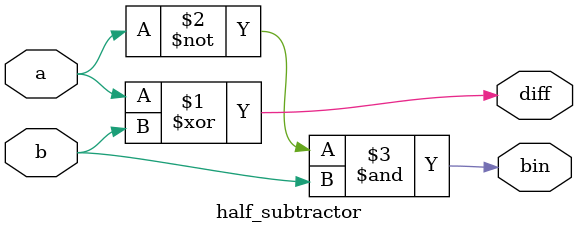
<source format=v>
module half_subtractor(input a,
                  input b,
				  output diff,
				  output bin);
				  
	assign diff = a^b;
	assign bin = (~a)&b;
	
endmodule
</source>
